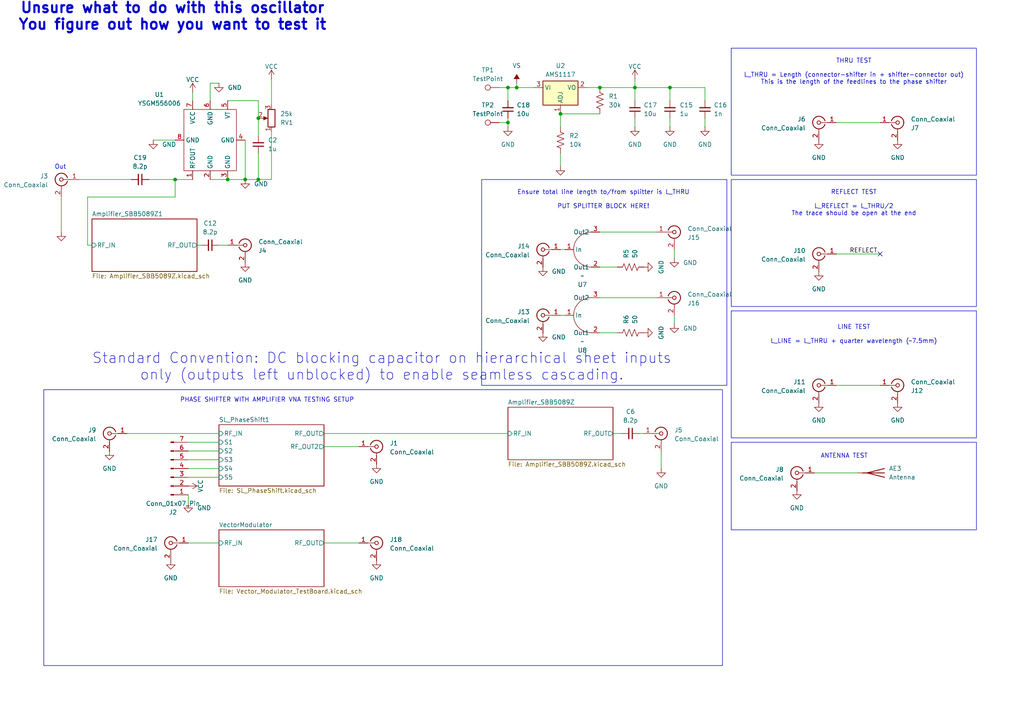
<source format=kicad_sch>
(kicad_sch (version 20250114) (generator "eeschema") (generator_version "9.0")
  (paper "A4")
  (lib_symbols
    (symbol "Connector:Conn_01x07_Pin" (pin_names (offset 1.016) (hide yes))
      (property "Reference" "J" (at 0 10.16 0))
      (property "Value" "Conn_01x07_Pin" (at 0 -10.16 0))
      (symbol "Conn_01x07_Pin_1_1"
        (rectangle (start 0.8636 7.747) (end 0 7.493) (stroke (width 0.1524)) (fill (type outline)))
        (rectangle (start 0.8636 5.207) (end 0 4.953) (stroke (width 0.1524)) (fill (type outline)))
        (rectangle (start 0.8636 2.667) (end 0 2.413) (stroke (width 0.1524)) (fill (type outline)))
        (rectangle (start 0.8636 0.127) (end 0 -0.127) (stroke (width 0.1524)) (fill (type outline)))
        (rectangle (start 0.8636 -2.413) (end 0 -2.667) (stroke (width 0.1524)) (fill (type outline)))
        (rectangle (start 0.8636 -4.953) (end 0 -5.207) (stroke (width 0.1524)) (fill (type outline)))
        (rectangle (start 0.8636 -7.493) (end 0 -7.747) (stroke (width 0.1524)) (fill (type outline)))
        (polyline (pts (xy 1.27 7.62) (xy 0.8636 7.62)) (stroke (width 0.1524)))
        (polyline (pts (xy 1.27 5.08) (xy 0.8636 5.08)) (stroke (width 0.1524)))
        (polyline (pts (xy 1.27 2.54) (xy 0.8636 2.54)) (stroke (width 0.1524)))
        (polyline (pts (xy 1.27 0) (xy 0.8636 0)) (stroke (width 0.1524)))
        (polyline (pts (xy 1.27 -2.54) (xy 0.8636 -2.54)) (stroke (width 0.1524)))
        (polyline (pts (xy 1.27 -5.08) (xy 0.8636 -5.08)) (stroke (width 0.1524)))
        (polyline (pts (xy 1.27 -7.62) (xy 0.8636 -7.62)) (stroke (width 0.1524)))
        (pin passive line (at 5.08 7.62 180) (length 3.81) (name "Pin_1") (number "1"))
        (pin passive line (at 5.08 5.08 180) (length 3.81) (name "Pin_2") (number "2"))
        (pin passive line (at 5.08 2.54 180) (length 3.81) (name "Pin_3") (number "3"))
        (pin passive line (at 5.08 0 180) (length 3.81) (name "Pin_4") (number "4"))
        (pin passive line (at 5.08 -2.54 180) (length 3.81) (name "Pin_5") (number "5"))
        (pin passive line (at 5.08 -5.08 180) (length 3.81) (name "Pin_6") (number "6"))
        (pin passive line (at 5.08 -7.62 180) (length 3.81) (name "Pin_7") (number "7"))
      )
    )
    (symbol "Connector:Conn_Coaxial" (pin_names (offset 1.016) (hide yes))
      (property "Reference" "J" (at 0.254 3.048 0))
      (property "Value" "Conn_Coaxial" (at 2.921 0 90))
      (symbol "Conn_Coaxial_0_1"
        (polyline (pts (xy -2.54 0) (xy -0.508 0)))
        (arc (start 1.778 0) (mid 0.222 -1.8079) (end -1.778 -0.508) (stroke (width 0.254)))
        (arc (start -1.778 0.508) (mid 0.2221 1.8084) (end 1.778 0) (stroke (width 0.254)))
        (circle (center 0 0) (radius 0.508) (stroke (width 0.2032)))
        (polyline (pts (xy 0 -2.54) (xy 0 -1.778)))
      )
      (symbol "Conn_Coaxial_1_1"
        (pin passive line (at -5.08 0 0) (length 2.54) (name "In") (number "1"))
        (pin passive line (at 0 -5.08 90) (length 2.54) (name "Ext") (number "2"))
      )
    )
    (symbol "Connector:TestPoint" (pin_numbers (hide yes)) (pin_names (offset 0.762) (hide yes))
      (property "Reference" "TP" (at 0 6.858 0))
      (property "Value" "TestPoint" (at 0 5.08 0))
      (symbol "TestPoint_0_1"
        (circle (center 0 3.302) (radius 0.762))
      )
      (symbol "TestPoint_1_1"
        (pin passive line (at 0 0 90) (length 2.54) (name "1") (number "1"))
      )
    )
    (symbol "Device:Antenna" (pin_numbers (hide yes)) (pin_names (offset 1.016) (hide yes))
      (property "Reference" "AE" (at -1.905 1.905 0))
      (property "Value" "Antenna" (at -1.905 0 0))
      (symbol "Antenna_0_1"
        (polyline (pts (xy 0 2.54) (xy 0 -3.81)) (stroke (width 0.254)))
        (polyline (pts (xy 1.27 2.54) (xy 0 -2.54) (xy -1.27 2.54)) (stroke (width 0.254)))
      )
      (symbol "Antenna_1_1"
        (pin input line (at 0 -5.08 90) (length 2.54) (name "A") (number "1"))
      )
    )
    (symbol "Device:C_Small" (pin_numbers (hide yes)) (pin_names (offset 0.254) (hide yes))
      (property "Reference" "C" (at 0.254 1.778 0))
      (property "Value" "C_Small" (at 0.254 -2.032 0))
      (symbol "C_Small_0_1"
        (polyline (pts (xy -1.524 0.508) (xy 1.524 0.508)) (stroke (width 0.3048)))
        (polyline (pts (xy -1.524 -0.508) (xy 1.524 -0.508)) (stroke (width 0.3302)))
      )
      (symbol "C_Small_1_1"
        (pin passive line (at 0 2.54 270) (length 2.032) (name "~") (number "1"))
        (pin passive line (at 0 -2.54 90) (length 2.032) (name "~") (number "2"))
      )
    )
    (symbol "Device:R_Potentiometer" (pin_names (offset 1.016) (hide yes))
      (property "Reference" "RV" (at -4.445 0 90))
      (property "Value" "R_Potentiometer" (at -2.54 0 90))
      (symbol "R_Potentiometer_0_1"
        (rectangle (start 1.016 2.54) (end -1.016 -2.54) (stroke (width 0.254)))
        (polyline (pts (xy 1.143 0) (xy 2.286 0.508) (xy 2.286 -0.508) (xy 1.143 0)) (fill (type outline)))
        (polyline (pts (xy 2.54 0) (xy 1.524 0)))
      )
      (symbol "R_Potentiometer_1_1"
        (pin passive line (at 0 3.81 270) (length 1.27) (name "1") (number "1"))
        (pin passive line (at 0 -3.81 90) (length 1.27) (name "3") (number "3"))
        (pin passive line (at 3.81 0 180) (length 1.27) (name "2") (number "2"))
      )
    )
    (symbol "Device:R_US" (pin_numbers (hide yes)) (pin_names (offset 0))
      (property "Reference" "R" (at 2.54 0 90))
      (property "Value" "R_US" (at -2.54 0 90))
      (symbol "R_US_0_1"
        (polyline (pts (xy 0 2.286) (xy 0 2.54)))
        (polyline (pts (xy 0 2.286) (xy 1.016 1.905) (xy 0 1.524) (xy -1.016 1.143) (xy 0 0.762)))
        (polyline (pts (xy 0 0.762) (xy 1.016 0.381) (xy 0 0) (xy -1.016 -0.381) (xy 0 -0.762)))
        (polyline (pts (xy 0 -0.762) (xy 1.016 -1.143) (xy 0 -1.524) (xy -1.016 -1.905) (xy 0 -2.286)))
        (polyline (pts (xy 0 -2.286) (xy 0 -2.54)))
      )
      (symbol "R_US_1_1"
        (pin passive line (at 0 3.81 270) (length 1.27) (name "~") (number "1"))
        (pin passive line (at 0 -3.81 90) (length 1.27) (name "~") (number "2"))
      )
    )
    (symbol "Regulator_Linear:AMS1117"
      (property "Reference" "U" (at -3.81 3.175 0))
      (property "Value" "AMS1117" (at 0 3.175 0))
      (symbol "AMS1117_0_1"
        (rectangle (start -5.08 -5.08) (end 5.08 1.905) (stroke (width 0.254)) (fill (type background)))
      )
      (symbol "AMS1117_1_1"
        (pin power_in line (at -7.62 0 0) (length 2.54) (name "VI") (number "3"))
        (pin input line (at 0 -7.62 90) (length 2.54) (name "ADJ") (number "1"))
        (pin power_out line (at 7.62 0 180) (length 2.54) (name "VO") (number "2"))
      )
    )
    (symbol "customSym:Wilkinson_Power_Divider"
      (property "Reference" "U" (at 0 0 0))
      (symbol "Wilkinson_Power_Divider_0_1"
        (arc (start -5.08 0) (mid -3.5921 3.5921) (end 0 5.08))
        (arc (start 0 -5.08) (mid -3.5921 -3.5921) (end -5.08 0))
      )
      (symbol "Wilkinson_Power_Divider_1_1"
        (pin input line (at -7.62 0 0) (length 2.54) (name "In") (number "1"))
        (pin output line (at 2.54 5.08 180) (length 2.54) (name "Out1") (number "2"))
        (pin output line (at 2.54 -5.08 180) (length 2.54) (name "Out2") (number "3"))
      )
    )
    (symbol "customSym:YSGM556006"
      (property "Reference" "U" (at 0 0 0))
      (symbol "YSGM556006_0_1"
        (rectangle (start -8.89 7.62) (end 8.89 -7.62))
      )
      (symbol "YSGM556006_1_1"
        (pin output line (at -11.43 5.08 0) (length 2.54) (name "RFOUT") (number "1"))
        (pin power_in line (at -11.43 0 0) (length 2.54) (name "GND") (number "2"))
        (pin power_in line (at -11.43 -5.08 0) (length 2.54) (name "GND") (number "3"))
        (pin power_in line (at 0 10.16 270) (length 2.54) (name "GND") (number "8"))
        (pin power_in line (at 0 -10.16 90) (length 2.54) (name "GND") (number "4"))
        (pin power_in line (at 11.43 5.08 180) (length 2.54) (name "VCC") (number "7"))
        (pin power_in line (at 11.43 0 180) (length 2.54) (name "GND") (number "6"))
        (pin input line (at 11.43 -5.08 180) (length 2.54) (name "VT") (number "5"))
      )
    )
    (symbol "power:GND" (power) (pin_numbers (hide yes)) (pin_names (offset 0) (hide yes))
      (property "Value" "GND" (at 0 -3.81 0))
      (symbol "GND_0_1"
        (polyline (pts (xy 0 0) (xy 0 -1.27) (xy 1.27 -1.27) (xy 0 -2.54) (xy -1.27 -1.27) (xy 0 -1.27)))
      )
      (symbol "GND_1_1"
        (pin power_in line (at 0 0 270) (length 0) (name "~") (number "1"))
      )
    )
    (symbol "power:VCC" (power) (pin_numbers (hide yes)) (pin_names (offset 0) (hide yes))
      (property "Value" "VCC" (at 0 3.556 0))
      (symbol "VCC_0_1"
        (polyline (pts (xy -0.762 1.27) (xy 0 2.54)))
        (polyline (pts (xy 0 2.54) (xy 0.762 1.27)))
        (polyline (pts (xy 0 0) (xy 0 2.54)))
      )
      (symbol "VCC_1_1"
        (pin power_in line (at 0 0 90) (length 0) (name "~") (number "1"))
      )
    )
    (symbol "power:VS" (power) (pin_numbers (hide yes)) (pin_names (offset 0) (hide yes))
      (property "Value" "VS" (at 0 3.556 0))
      (symbol "VS_0_1"
        (polyline (pts (xy 0 0) (xy 0 2.54)))
        (polyline (pts (xy 0.762 1.27) (xy -0.762 1.27) (xy 0 2.54) (xy 0.762 1.27)) (fill (type outline)))
      )
      (symbol "VS_1_1"
        (pin power_in line (at 0 0 90) (length 0) (name "~") (number "1"))
      )
    )
  )
  (rectangle (start 139.7 52.07) (end 210.82 111.76))
  (rectangle (start 212.09 52.07) (end 283.21 88.9))
  (rectangle (start 212.09 128.27) (end 283.21 153.67))
  (rectangle (start 212.09 90.17) (end 283.21 127))
  (rectangle (start 212.09 13.97) (end 283.21 50.8))
  (rectangle (start 12.7 113.03) (end 209.55 193.04))
  (text "LINE TEST\n\nL_LINE = L_THRU + quarter wavelength (~7.5mm)" (at 247.65 97.028 0) (effects (font (size 1.27 1.27))))
  (text "PHASE SHIFTER WITH AMPLIFIER VNA TESTING SETUP" (at 77.47 116.078 0) (effects (font (size 1.27 1.27))))
  (text "ANTENNA TEST" (at 244.856 132.334 0) (effects (font (size 1.27 1.27))))
  (text "REFLECT TEST\n\nL_REFLECT = L_THRU/2\nThe trace should be open at the end" (at 247.65 58.928 0) (effects (font (size 1.27 1.27))))
  (text "Out\n" (at 17.526 48.514 0) (effects (font (size 1.27 1.27))))
  (text "THRU TEST\n\nL_THRU = Length (connector-shifter in + shifter-connector out)\nThis is the length of the feedlines to the phase shifter" (at 247.65 20.828 0) (effects (font (size 1.27 1.27))))
  (text "Ensure total line length to/from splitter is L_THRU\n\nPUT SPLITTER BLOCK HERE!" (at 175.006 57.912 0) (effects (font (size 1.27 1.27))))
  (text "Standard Convention: DC blocking capacitor on hierarchical sheet inputs\nonly (outputs left unblocked) to enable seamless cascading." (at 110.744 106.426 0) (effects (font (size 3 3))))
  (text "Unsure what to do with this oscillator\nYou figure out how you want to test it" (at 50.038 4.826 0) (effects (font (size 3 3) (thickness 0.6) (bold yes))))
  (junction (at 66.04 52.07))
  (junction (at 74.93 34.29))
  (junction (at 147.32 35.56))
  (junction (at 173.99 25.4))
  (junction (at 71.12 52.07))
  (junction (at 184.15 25.4))
  (junction (at 162.56 33.02))
  (junction (at 50.8 52.07))
  (junction (at 149.86 25.4))
  (junction (at 147.32 25.4))
  (junction (at 194.31 25.4))
  (junction (at 74.93 52.07))
  (no_connect (at 255.27 73.66))
  (wire (pts (xy 54.61 135.89) (xy 63.5 135.89)))
  (wire (pts (xy 55.88 52.07) (xy 50.8 52.07)))
  (wire (pts (xy 173.99 86.36) (xy 190.5 86.36)))
  (wire (pts (xy 66.04 29.21) (xy 74.93 29.21)))
  (wire (pts (xy 236.22 137.16) (xy 248.92 137.16)))
  (wire (pts (xy 204.47 25.4) (xy 204.47 29.21)))
  (wire (pts (xy 147.32 25.4) (xy 149.86 25.4)))
  (wire (pts (xy 78.74 52.07) (xy 74.93 52.07)))
  (wire (pts (xy 25.4 57.15) (xy 50.8 57.15)))
  (wire (pts (xy 184.15 25.4) (xy 194.31 25.4)))
  (wire (pts (xy 50.8 52.07) (xy 43.18 52.07)))
  (wire (pts (xy 36.83 125.73) (xy 63.5 125.73)))
  (wire (pts (xy 74.93 52.07) (xy 71.12 52.07)))
  (wire (pts (xy 93.98 125.73) (xy 147.32 125.73)))
  (wire (pts (xy 147.32 35.56) (xy 147.32 36.83)))
  (wire (pts (xy 57.15 71.12) (xy 58.42 71.12)))
  (wire (pts (xy 144.78 35.56) (xy 147.32 35.56)))
  (wire (pts (xy 242.57 111.76) (xy 255.27 111.76)))
  (wire (pts (xy 242.57 73.66) (xy 255.27 73.66)))
  (wire (pts (xy 17.78 67.31) (xy 17.78 57.15)))
  (wire (pts (xy 44.45 40.64) (xy 50.8 40.64)))
  (wire (pts (xy 194.31 34.29) (xy 194.31 36.83)))
  (wire (pts (xy 66.04 52.07) (xy 71.12 52.07)))
  (wire (pts (xy 74.93 29.21) (xy 74.93 34.29)))
  (wire (pts (xy 74.93 44.45) (xy 74.93 52.07)))
  (wire (pts (xy 173.99 96.52) (xy 179.07 96.52)))
  (wire (pts (xy 242.57 35.56) (xy 255.27 35.56)))
  (wire (pts (xy 163.83 72.39) (xy 162.56 72.39)))
  (wire (pts (xy 194.31 25.4) (xy 204.47 25.4)))
  (wire (pts (xy 195.58 74.93) (xy 195.58 72.39)))
  (wire (pts (xy 184.15 34.29) (xy 184.15 36.83)))
  (wire (pts (xy 25.4 71.12) (xy 26.67 71.12)))
  (wire (pts (xy 185.42 125.73) (xy 186.69 125.73)))
  (wire (pts (xy 162.56 33.02) (xy 173.99 33.02)))
  (wire (pts (xy 63.5 24.13) (xy 60.96 24.13)))
  (wire (pts (xy 54.61 128.27) (xy 63.5 128.27)))
  (wire (pts (xy 144.78 25.4) (xy 147.32 25.4)))
  (wire (pts (xy 50.8 57.15) (xy 50.8 52.07)))
  (wire (pts (xy 25.4 57.15) (xy 25.4 71.12)))
  (wire (pts (xy 177.8 125.73) (xy 180.34 125.73)))
  (wire (pts (xy 184.15 25.4) (xy 184.15 29.21)))
  (wire (pts (xy 173.99 25.4) (xy 170.18 25.4)))
  (wire (pts (xy 71.12 52.07) (xy 71.12 40.64)))
  (wire (pts (xy 163.83 91.44) (xy 162.56 91.44)))
  (wire (pts (xy 60.96 52.07) (xy 66.04 52.07)))
  (wire (pts (xy 149.86 24.13) (xy 149.86 25.4)))
  (wire (pts (xy 55.88 26.67) (xy 55.88 29.21)))
  (wire (pts (xy 54.61 133.35) (xy 63.5 133.35)))
  (wire (pts (xy 78.74 22.86) (xy 78.74 30.48)))
  (wire (pts (xy 149.86 25.4) (xy 154.94 25.4)))
  (wire (pts (xy 54.61 157.48) (xy 63.5 157.48)))
  (wire (pts (xy 93.98 129.54) (xy 104.14 129.54)))
  (wire (pts (xy 194.31 25.4) (xy 194.31 29.21)))
  (wire (pts (xy 74.93 34.29) (xy 74.93 39.37)))
  (wire (pts (xy 78.74 38.1) (xy 78.74 52.07)))
  (wire (pts (xy 54.61 130.81) (xy 63.5 130.81)))
  (wire (pts (xy 204.47 34.29) (xy 204.47 36.83)))
  (wire (pts (xy 54.61 138.43) (xy 63.5 138.43)))
  (wire (pts (xy 162.56 44.45) (xy 162.56 48.26)))
  (wire (pts (xy 54.61 143.51) (xy 54.61 146.05)))
  (wire (pts (xy 191.77 130.81) (xy 191.77 135.89)))
  (wire (pts (xy 162.56 33.02) (xy 162.56 36.83)))
  (wire (pts (xy 147.32 25.4) (xy 147.32 29.21)))
  (wire (pts (xy 184.15 25.4) (xy 173.99 25.4)))
  (wire (pts (xy 184.15 22.86) (xy 184.15 25.4)))
  (wire (pts (xy 93.98 157.48) (xy 104.14 157.48)))
  (wire (pts (xy 173.99 67.31) (xy 190.5 67.31)))
  (wire (pts (xy 63.5 71.12) (xy 66.04 71.12)))
  (wire (pts (xy 195.58 93.98) (xy 195.58 91.44)))
  (wire (pts (xy 147.32 34.29) (xy 147.32 35.56)))
  (wire (pts (xy 38.1 52.07) (xy 22.86 52.07)))
  (wire (pts (xy 173.99 77.47) (xy 179.07 77.47)))
  (wire (pts (xy 60.96 24.13) (xy 60.96 29.21)))
  (label "REFLECT" (at 246.38 73.66 0))
  (symbol (lib_id "Connector:Conn_Coaxial") (at 157.48 91.44 0) (mirror y) (unit 1)
    (property "Reference" "J13" (at 153.67 90.4631 0) (effects (justify left)))
    (property "Value" "Conn_Coaxial" (at 153.67 93.0031 0) (effects (justify left)))
    (property "Footprint" "Connector_Coaxial:U.FL_Hirose_U.FL-R-SMT-1_Vertical" (effects (hide yes)))
    (property "Description" "coaxial connector (BNC, SMA, SMB, SMC, Cinch/RCA, LEMO, ...)" (effects (hide yes)))
  )
  (symbol (lib_id "power:GND") (at 260.35 116.84 0) (unit 1)
    (property "Reference" "#PWR062" (effects (hide yes)))
    (property "Value" "GND" (at 260.35 121.92 0))
    (property "Description" "Power symbol creates a global label with name \"GND\" , ground" (effects (hide yes)))
  )
  (symbol (lib_id "Connector:Conn_Coaxial") (at 195.58 86.36 0) (unit 1)
    (property "Reference" "J16" (at 199.39 87.9233 0) (effects (justify left)))
    (property "Value" "Conn_Coaxial" (at 199.39 85.3833 0) (effects (justify left)))
    (property "Footprint" "Connector_Coaxial:U.FL_Hirose_U.FL-R-SMT-1_Vertical" (effects (hide yes)))
    (property "Description" "coaxial connector (BNC, SMA, SMB, SMC, Cinch/RCA, LEMO, ...)" (effects (hide yes)))
  )
  (symbol (lib_id "power:GND") (at 71.12 52.07 0) (unit 1)
    (property "Reference" "#PWR02" (effects (hide yes)))
    (property "Value" "GND" (at 73.66 53.3399 0) (effects (justify left)))
    (property "Description" "Power symbol creates a global label with name \"GND\" , ground" (effects (hide yes)))
  )
  (symbol (lib_id "power:GND") (at 184.15 36.83 0) (mirror y) (unit 1)
    (property "Reference" "#PWR054" (effects (hide yes)))
    (property "Value" "GND" (at 184.15 41.91 0))
    (property "Description" "Power symbol creates a global label with name \"GND\" , ground" (effects (hide yes)))
  )
  (symbol (lib_id "Connector:Conn_Coaxial") (at 17.78 52.07 0) (mirror y) (unit 1)
    (property "Reference" "J3" (at 13.97 51.0931 0) (effects (justify left)))
    (property "Value" "Conn_Coaxial" (at 13.97 53.6331 0) (effects (justify left)))
    (property "Footprint" "Connector_Coaxial:U.FL_Hirose_U.FL-R-SMT-1_Vertical" (effects (hide yes)))
    (property "Description" "coaxial connector (BNC, SMA, SMB, SMC, Cinch/RCA, LEMO, ...)" (effects (hide yes)))
  )
  (symbol (lib_id "Device:R_US") (at 182.88 96.52 90) (unit 1)
    (property "Reference" "R6" (at 181.6099 93.98 0) (effects (justify left)))
    (property "Value" "50" (at 184.1499 93.98 0) (effects (justify left)))
    (property "Footprint" "Resistor_SMD:R_0201_0603Metric_Pad0.64x0.40mm_HandSolder" (effects (hide yes)))
    (property "Description" "Resistor, US symbol" (effects (hide yes)))
  )
  (symbol (lib_id "power:GND") (at 71.12 76.2 0) (mirror y) (unit 1)
    (property "Reference" "#49.01" (effects (hide yes)))
    (property "Value" "GND" (at 71.12 81.28 0))
    (property "Description" "Power symbol creates a global label with name \"GND\" , ground" (effects (hide yes)))
  )
  (symbol (lib_id "Device:C_Small") (at 184.15 31.75 180) (unit 1)
    (property "Reference" "C17" (at 186.69 30.4735 0) (effects (justify right)))
    (property "Value" "10u" (at 186.69 33.0135 0) (effects (justify right)))
    (property "Footprint" "Capacitor_SMD:C_0603_1608Metric_Pad1.08x0.95mm_HandSolder" (effects (hide yes)))
    (property "Description" "Unpolarized capacitor, small symbol" (effects (hide yes)))
  )
  (symbol (lib_id "Connector:Conn_Coaxial") (at 157.48 72.39 0) (mirror y) (unit 1)
    (property "Reference" "J14" (at 153.67 71.4131 0) (effects (justify left)))
    (property "Value" "Conn_Coaxial" (at 153.67 73.9531 0) (effects (justify left)))
    (property "Footprint" "Connector_Coaxial:U.FL_Hirose_U.FL-R-SMT-1_Vertical" (effects (hide yes)))
    (property "Description" "coaxial connector (BNC, SMA, SMB, SMC, Cinch/RCA, LEMO, ...)" (effects (hide yes)))
  )
  (symbol (lib_id "customSym:Wilkinson_Power_Divider") (at 171.45 91.44 0) (mirror x) (unit 1)
    (property "Reference" "U8" (at 168.91 101.6 0))
    (property "Value" "~" (at 168.91 99.06 0))
    (property "Footprint" "customFootprints:T_Splitter" (effects (hide yes)))
  )
  (symbol (lib_id "power:GND") (at 157.48 77.47 0) (mirror y) (unit 1)
    (property "Reference" "#49.05" (effects (hide yes)))
    (property "Value" "GND" (at 160.02 78.7399 0) (effects (justify right)))
    (property "Description" "Power symbol creates a global label with name \"GND\" , ground" (effects (hide yes)))
  )
  (symbol (lib_id "Connector:Conn_Coaxial") (at 260.35 35.56 0) (unit 1)
    (property "Reference" "J7" (at 264.16 37.1233 0) (effects (justify left)))
    (property "Value" "Conn_Coaxial" (at 264.16 34.5833 0) (effects (justify left)))
    (property "Footprint" "Connector_Coaxial:U.FL_Hirose_U.FL-R-SMT-1_Vertical" (effects (hide yes)))
    (property "Description" "coaxial connector (BNC, SMA, SMB, SMC, Cinch/RCA, LEMO, ...)" (effects (hide yes)))
  )
  (symbol (lib_id "Connector:Conn_Coaxial") (at 49.53 157.48 0) (mirror y) (unit 1)
    (property "Reference" "J17" (at 45.72 156.5031 0) (effects (justify left)))
    (property "Value" "Conn_Coaxial" (at 45.72 159.0431 0) (effects (justify left)))
    (property "Footprint" "Connector_Coaxial:U.FL_Hirose_U.FL-R-SMT-1_Vertical" (effects (hide yes)))
    (property "Description" "coaxial connector (BNC, SMA, SMB, SMC, Cinch/RCA, LEMO, ...)" (effects (hide yes)))
  )
  (symbol (lib_id "power:GND") (at 44.45 40.64 0) (unit 1)
    (property "Reference" "#PWR03" (effects (hide yes)))
    (property "Value" "GND" (at 46.99 41.9099 0) (effects (justify left)))
    (property "Description" "Power symbol creates a global label with name \"GND\" , ground" (effects (hide yes)))
  )
  (symbol (lib_id "Device:C_Small") (at 204.47 31.75 180) (unit 1)
    (property "Reference" "C16" (at 207.01 30.4735 0) (effects (justify right)))
    (property "Value" "1n" (at 207.01 33.0135 0) (effects (justify right)))
    (property "Footprint" "Capacitor_SMD:C_0603_1608Metric_Pad1.08x0.95mm_HandSolder" (effects (hide yes)))
    (property "Description" "Unpolarized capacitor, small symbol" (effects (hide yes)))
  )
  (symbol (lib_id "power:GND") (at 17.78 67.31 0) (mirror y) (unit 1)
    (property "Reference" "#PWR05" (effects (hide yes)))
    (property "Value" "GND" (effects (hide yes)))
    (property "Description" "Power symbol creates a global label with name \"GND\" , ground" (effects (hide yes)))
  )
  (symbol (lib_id "Connector:Conn_01x07_Pin") (at 49.53 135.89 0) (mirror x) (unit 1)
    (property "Reference" "J2" (at 50.165 148.59 0))
    (property "Value" "Conn_01x07_Pin" (at 50.165 146.05 0))
    (property "Footprint" "Connector_PinSocket_2.54mm:PinSocket_1x07_P2.54mm_Vertical" (effects (hide yes)))
    (property "Description" "Generic connector, single row, 01x07, script generated" (effects (hide yes)))
  )
  (symbol (lib_id "Connector:Conn_Coaxial") (at 237.49 73.66 0) (mirror y) (unit 1)
    (property "Reference" "J10" (at 233.68 72.6831 0) (effects (justify left)))
    (property "Value" "Conn_Coaxial" (at 233.68 75.2231 0) (effects (justify left)))
    (property "Footprint" "Connector_Coaxial:U.FL_Hirose_U.FL-R-SMT-1_Vertical" (effects (hide yes)))
    (property "Description" "coaxial connector (BNC, SMA, SMB, SMC, Cinch/RCA, LEMO, ...)" (effects (hide yes)))
  )
  (symbol (lib_id "Device:Antenna") (at 254 137.16 270) (unit 1)
    (property "Reference" "AE3" (at 257.81 135.8899 90) (effects (justify left)))
    (property "Value" "Antenna" (at 257.81 138.4299 90) (effects (justify left)))
    (property "Footprint" "customFootprints:AperturePatch" (effects (hide yes)))
    (property "Description" "Antenna" (effects (hide yes)))
  )
  (symbol (lib_id "Device:C_Small") (at 147.32 31.75 180) (unit 1)
    (property "Reference" "C18" (at 149.86 30.4735 0) (effects (justify right)))
    (property "Value" "10u" (at 149.86 33.0135 0) (effects (justify right)))
    (property "Footprint" "Capacitor_SMD:C_0603_1608Metric_Pad1.08x0.95mm_HandSolder" (effects (hide yes)))
    (property "Description" "Unpolarized capacitor, small symbol" (effects (hide yes)))
  )
  (symbol (lib_id "power:GND") (at 204.47 36.83 0) (mirror y) (unit 1)
    (property "Reference" "#PWR053" (effects (hide yes)))
    (property "Value" "GND" (at 204.47 41.91 0))
    (property "Description" "Power symbol creates a global label with name \"GND\" , ground" (effects (hide yes)))
  )
  (symbol (lib_id "power:GND") (at 157.48 96.52 0) (mirror y) (unit 1)
    (property "Reference" "#49.06" (effects (hide yes)))
    (property "Value" "GND" (at 160.02 97.7899 0) (effects (justify right)))
    (property "Description" "Power symbol creates a global label with name \"GND\" , ground" (effects (hide yes)))
  )
  (symbol (lib_id "Device:C_Small") (at 194.31 31.75 180) (unit 1)
    (property "Reference" "C15" (at 197.104 30.48 0) (effects (justify right)))
    (property "Value" "1u" (at 197.104 33.02 0) (effects (justify right)))
    (property "Footprint" "Capacitor_SMD:C_0603_1608Metric_Pad1.08x0.95mm_HandSolder" (effects (hide yes)))
    (property "Description" "Unpolarized capacitor, small symbol" (effects (hide yes)))
  )
  (symbol (lib_id "Connector:Conn_Coaxial") (at 31.75 125.73 0) (mirror y) (unit 1)
    (property "Reference" "J9" (at 27.94 124.7531 0) (effects (justify left)))
    (property "Value" "Conn_Coaxial" (at 27.94 127.2931 0) (effects (justify left)))
    (property "Footprint" "Connector_Coaxial:U.FL_Hirose_U.FL-R-SMT-1_Vertical" (effects (hide yes)))
    (property "Description" "coaxial connector (BNC, SMA, SMB, SMC, Cinch/RCA, LEMO, ...)" (effects (hide yes)))
  )
  (symbol (lib_id "customSym:Wilkinson_Power_Divider") (at 171.45 72.39 0) (mirror x) (unit 1)
    (property "Reference" "U7" (at 168.91 82.55 0))
    (property "Value" "~" (at 168.91 80.01 0))
    (property "Footprint" "customFootprints:WilkinsonPowerDivider" (effects (hide yes)))
  )
  (symbol (lib_id "power:GND") (at 162.56 48.26 0) (unit 1)
    (property "Reference" "#PWR048" (effects (hide yes)))
    (property "Value" "GND" (effects (hide yes)))
    (property "Description" "Power symbol creates a global label with name \"GND\" , ground" (effects (hide yes)))
  )
  (symbol (lib_id "Connector:Conn_Coaxial") (at 71.12 71.12 0) (unit 1)
    (property "Reference" "J4" (at 74.93 72.6833 0) (effects (justify left)))
    (property "Value" "Conn_Coaxial" (at 74.93 70.1433 0) (effects (justify left)))
    (property "Footprint" "Connector_Coaxial:U.FL_Hirose_U.FL-R-SMT-1_Vertical" (effects (hide yes)))
    (property "Description" "coaxial connector (BNC, SMA, SMB, SMC, Cinch/RCA, LEMO, ...)" (effects (hide yes)))
  )
  (symbol (lib_id "Connector:Conn_Coaxial") (at 260.35 111.76 0) (unit 1)
    (property "Reference" "J12" (at 264.16 113.3233 0) (effects (justify left)))
    (property "Value" "Conn_Coaxial" (at 264.16 110.7833 0) (effects (justify left)))
    (property "Footprint" "Connector_Coaxial:U.FL_Hirose_U.FL-R-SMT-1_Vertical" (effects (hide yes)))
    (property "Description" "coaxial connector (BNC, SMA, SMB, SMC, Cinch/RCA, LEMO, ...)" (effects (hide yes)))
  )
  (symbol (lib_id "Connector:Conn_Coaxial") (at 237.49 35.56 0) (mirror y) (unit 1)
    (property "Reference" "J6" (at 233.68 34.5831 0) (effects (justify left)))
    (property "Value" "Conn_Coaxial" (at 233.68 37.1231 0) (effects (justify left)))
    (property "Footprint" "Connector_Coaxial:U.FL_Hirose_U.FL-R-SMT-1_Vertical" (effects (hide yes)))
    (property "Description" "coaxial connector (BNC, SMA, SMB, SMC, Cinch/RCA, LEMO, ...)" (effects (hide yes)))
  )
  (symbol (lib_id "power:GND") (at 109.22 162.56 0) (mirror y) (unit 1)
    (property "Reference" "#PWR025" (effects (hide yes)))
    (property "Value" "GND" (at 109.22 167.64 0))
    (property "Description" "Power symbol creates a global label with name \"GND\" , ground" (effects (hide yes)))
  )
  (symbol (lib_id "Regulator_Linear:AMS1117") (at 162.56 25.4 0) (unit 1)
    (property "Reference" "U2" (at 162.56 19.05 0))
    (property "Value" "AMS1117" (at 162.56 21.59 0))
    (property "Footprint" "Package_TO_SOT_SMD:SOT-223-3_TabPin2" (effects (hide yes)))
    (property "Datasheet" "http://www.advanced-monolithic.com/pdf/ds1117.pdf" (effects (hide yes)))
    (property "Description" "1A Low Dropout regulator, positive, adjustable output, SOT-223" (effects (hide yes)))
  )
  (symbol (lib_id "power:GND") (at 186.69 96.52 90) (mirror x) (unit 1)
    (property "Reference" "#49.03" (effects (hide yes)))
    (property "Value" "GND" (at 191.77 96.52 0))
    (property "Description" "Power symbol creates a global label with name \"GND\" , ground" (effects (hide yes)))
  )
  (symbol (lib_id "power:VCC") (at 184.15 22.86 0) (unit 1)
    (property "Reference" "#PWR046" (effects (hide yes)))
    (property "Value" "VCC" (at 184.15 19.304 0))
    (property "Description" "Power symbol creates a global label with name \"VCC\"" (effects (hide yes)))
  )
  (symbol (lib_id "power:GND") (at 231.14 142.24 0) (mirror y) (unit 1)
    (property "Reference" "#PWR058" (effects (hide yes)))
    (property "Value" "GND" (at 231.14 147.32 0))
    (property "Description" "Power symbol creates a global label with name \"GND\" , ground" (effects (hide yes)))
  )
  (symbol (lib_id "power:GND") (at 237.49 116.84 0) (mirror y) (unit 1)
    (property "Reference" "#PWR061" (effects (hide yes)))
    (property "Value" "GND" (at 237.49 121.92 0))
    (property "Description" "Power symbol creates a global label with name \"GND\" , ground" (effects (hide yes)))
  )
  (symbol (lib_id "power:GND") (at 260.35 40.64 0) (unit 1)
    (property "Reference" "#PWR057" (effects (hide yes)))
    (property "Value" "GND" (at 260.35 45.72 0))
    (property "Description" "Power symbol creates a global label with name \"GND\" , ground" (effects (hide yes)))
  )
  (symbol (lib_id "power:GND") (at 109.22 134.62 0) (mirror y) (unit 1)
    (property "Reference" "#PWR019" (effects (hide yes)))
    (property "Value" "GND" (at 109.22 139.7 0))
    (property "Description" "Power symbol creates a global label with name \"GND\" , ground" (effects (hide yes)))
  )
  (symbol (lib_id "Device:C_Small") (at 182.88 125.73 270) (unit 1)
    (property "Reference" "C6" (at 182.8736 119.38 90))
    (property "Value" "8.2p" (at 182.8736 121.92 90))
    (property "Footprint" "Capacitor_SMD:C_0201_0603Metric_Pad0.64x0.40mm_HandSolder" (effects (hide yes)))
    (property "Description" "Unpolarized capacitor, small symbol" (effects (hide yes)))
  )
  (symbol (lib_id "power:GND") (at 186.69 77.47 90) (mirror x) (unit 1)
    (property "Reference" "#49.9" (effects (hide yes)))
    (property "Value" "GND" (at 191.77 77.47 0))
    (property "Description" "Power symbol creates a global label with name \"GND\" , ground" (effects (hide yes)))
  )
  (symbol (lib_id "Connector:TestPoint") (at 144.78 25.4 90) (unit 1)
    (property "Reference" "TP1" (at 141.478 20.32 90))
    (property "Value" "TestPoint" (at 141.478 22.86 90))
    (property "Footprint" "Connector_PinHeader_2.54mm:PinHeader_1x01_P2.54mm_Vertical" (effects (hide yes)))
    (property "Description" "test point" (effects (hide yes)))
  )
  (symbol (lib_id "power:GND") (at 237.49 40.64 0) (mirror y) (unit 1)
    (property "Reference" "#PWR056" (effects (hide yes)))
    (property "Value" "GND" (at 237.49 45.72 0))
    (property "Description" "Power symbol creates a global label with name \"GND\" , ground" (effects (hide yes)))
  )
  (symbol (lib_id "power:VCC") (at 55.88 26.67 0) (unit 1)
    (property "Reference" "#PWR049" (effects (hide yes)))
    (property "Value" "VCC" (at 55.88 23.114 0))
    (property "Description" "Power symbol creates a global label with name \"VCC\"" (effects (hide yes)))
  )
  (symbol (lib_id "power:VCC") (at 54.61 140.97 270) (unit 1)
    (property "Reference" "#PWR014" (effects (hide yes)))
    (property "Value" "VCC" (at 58.166 140.97 0))
    (property "Description" "Power symbol creates a global label with name \"VCC\"" (effects (hide yes)))
  )
  (symbol (lib_id "power:GND") (at 63.5 24.13 0) (unit 1)
    (property "Reference" "#PWR06" (effects (hide yes)))
    (property "Value" "GND" (at 66.04 25.3999 0) (effects (justify left)))
    (property "Description" "Power symbol creates a global label with name \"GND\" , ground" (effects (hide yes)))
  )
  (symbol (lib_id "Connector:Conn_Coaxial") (at 109.22 129.54 0) (unit 1)
    (property "Reference" "J1" (at 113.03 128.5631 0) (effects (justify left)))
    (property "Value" "Conn_Coaxial" (at 113.03 131.1031 0) (effects (justify left)))
    (property "Footprint" "Connector_Coaxial:U.FL_Hirose_U.FL-R-SMT-1_Vertical" (effects (hide yes)))
    (property "Description" "coaxial connector (BNC, SMA, SMB, SMC, Cinch/RCA, LEMO, ...)" (effects (hide yes)))
  )
  (symbol (lib_id "Device:C_Small") (at 40.64 52.07 270) (unit 1)
    (property "Reference" "C19" (at 40.6336 45.72 90))
    (property "Value" "8.2p" (at 40.6336 48.26 90))
    (property "Footprint" "Capacitor_SMD:C_0201_0603Metric_Pad0.64x0.40mm_HandSolder" (effects (hide yes)))
    (property "Description" "Unpolarized capacitor, small symbol" (effects (hide yes)))
  )
  (symbol (lib_id "Device:R_US") (at 162.56 40.64 0) (unit 1)
    (property "Reference" "R2" (at 165.1 39.3699 0) (effects (justify left)))
    (property "Value" "10k" (at 165.1 41.9099 0) (effects (justify left)))
    (property "Footprint" "Resistor_SMD:R_0603_1608Metric_Pad0.98x0.95mm_HandSolder" (effects (hide yes)))
    (property "Description" "Resistor, US symbol" (effects (hide yes)))
  )
  (symbol (lib_id "Connector:Conn_Coaxial") (at 237.49 111.76 0) (mirror y) (unit 1)
    (property "Reference" "J11" (at 233.68 110.7831 0) (effects (justify left)))
    (property "Value" "Conn_Coaxial" (at 233.68 113.3231 0) (effects (justify left)))
    (property "Footprint" "Connector_Coaxial:U.FL_Hirose_U.FL-R-SMT-1_Vertical" (effects (hide yes)))
    (property "Description" "coaxial connector (BNC, SMA, SMB, SMC, Cinch/RCA, LEMO, ...)" (effects (hide yes)))
  )
  (symbol (lib_id "Connector:Conn_Coaxial") (at 195.58 67.31 0) (unit 1)
    (property "Reference" "J15" (at 199.39 68.8733 0) (effects (justify left)))
    (property "Value" "Conn_Coaxial" (at 199.39 66.3333 0) (effects (justify left)))
    (property "Footprint" "Connector_Coaxial:U.FL_Hirose_U.FL-R-SMT-1_Vertical" (effects (hide yes)))
    (property "Description" "coaxial connector (BNC, SMA, SMB, SMC, Cinch/RCA, LEMO, ...)" (effects (hide yes)))
  )
  (symbol (lib_id "Connector:TestPoint") (at 144.78 35.56 90) (unit 1)
    (property "Reference" "TP2" (at 141.478 30.48 90))
    (property "Value" "TestPoint" (at 141.478 33.02 90))
    (property "Footprint" "Connector_PinHeader_2.54mm:PinHeader_1x01_P2.54mm_Vertical" (effects (hide yes)))
    (property "Description" "test point" (effects (hide yes)))
  )
  (symbol (lib_id "power:GND") (at 237.49 78.74 0) (mirror y) (unit 1)
    (property "Reference" "#PWR060" (effects (hide yes)))
    (property "Value" "GND" (at 237.49 83.82 0))
    (property "Description" "Power symbol creates a global label with name \"GND\" , ground" (effects (hide yes)))
  )
  (symbol (lib_id "Connector:Conn_Coaxial") (at 231.14 137.16 0) (mirror y) (unit 1)
    (property "Reference" "J8" (at 227.33 136.1831 0) (effects (justify left)))
    (property "Value" "Conn_Coaxial" (at 227.33 138.7231 0) (effects (justify left)))
    (property "Footprint" "Connector_Coaxial:U.FL_Hirose_U.FL-R-SMT-1_Vertical" (effects (hide yes)))
    (property "Description" "coaxial connector (BNC, SMA, SMB, SMC, Cinch/RCA, LEMO, ...)" (effects (hide yes)))
  )
  (symbol (lib_id "power:GND") (at 49.53 162.56 0) (unit 1)
    (property "Reference" "#PWR04" (effects (hide yes)))
    (property "Value" "GND" (at 49.53 167.64 0))
    (property "Description" "Power symbol creates a global label with name \"GND\" , ground" (effects (hide yes)))
  )
  (symbol (lib_id "power:GND") (at 195.58 74.93 0) (mirror y) (unit 1)
    (property "Reference" "#49.02" (effects (hide yes)))
    (property "Value" "GND" (at 198.12 76.1999 0) (effects (justify right)))
    (property "Description" "Power symbol creates a global label with name \"GND\" , ground" (effects (hide yes)))
  )
  (symbol (lib_id "Device:R_US") (at 173.99 29.21 0) (unit 1)
    (property "Reference" "R1" (at 176.53 27.9399 0) (effects (justify left)))
    (property "Value" "30k" (at 176.53 30.4799 0) (effects (justify left)))
    (property "Footprint" "Resistor_SMD:R_0603_1608Metric_Pad0.98x0.95mm_HandSolder" (effects (hide yes)))
    (property "Description" "Resistor, US symbol" (effects (hide yes)))
  )
  (symbol (lib_id "Connector:Conn_Coaxial") (at 191.77 125.73 0) (unit 1)
    (property "Reference" "J5" (at 195.58 124.7531 0) (effects (justify left)))
    (property "Value" "Conn_Coaxial" (at 195.58 127.2931 0) (effects (justify left)))
    (property "Footprint" "Connector_Coaxial:U.FL_Hirose_U.FL-R-SMT-1_Vertical" (effects (hide yes)))
    (property "Description" "coaxial connector (BNC, SMA, SMB, SMC, Cinch/RCA, LEMO, ...)" (effects (hide yes)))
  )
  (symbol (lib_id "power:GND") (at 191.77 135.89 0) (mirror y) (unit 1)
    (property "Reference" "#PWR015" (effects (hide yes)))
    (property "Value" "GND" (at 191.77 140.97 0))
    (property "Description" "Power symbol creates a global label with name \"GND\" , ground" (effects (hide yes)))
  )
  (symbol (lib_id "power:VS") (at 149.86 24.13 0) (unit 1)
    (property "Reference" "#PWR047" (effects (hide yes)))
    (property "Value" "VS" (at 149.86 19.05 0))
    (property "Description" "Power symbol creates a global label with name \"VS\"" (effects (hide yes)))
  )
  (symbol (lib_id "power:VCC") (at 78.74 22.86 0) (unit 1)
    (property "Reference" "#PWR050" (effects (hide yes)))
    (property "Value" "VCC" (at 78.74 19.304 0))
    (property "Description" "Power symbol creates a global label with name \"VCC\"" (effects (hide yes)))
  )
  (symbol (lib_id "Device:C_Small") (at 60.96 71.12 270) (unit 1)
    (property "Reference" "C12" (at 60.9536 64.77 90))
    (property "Value" "8.2p" (at 60.9536 67.31 90))
    (property "Footprint" "Capacitor_SMD:C_0201_0603Metric_Pad0.64x0.40mm_HandSolder" (effects (hide yes)))
    (property "Description" "Unpolarized capacitor, small symbol" (effects (hide yes)))
  )
  (symbol (lib_id "Device:R_Potentiometer") (at 78.74 34.29 180) (unit 1)
    (property "Reference" "RV1" (at 81.28 35.5601 0) (effects (justify right)))
    (property "Value" "25k" (at 81.28 33.0201 0) (effects (justify right)))
    (property "Footprint" "Potentiometer_THT:Potentiometer_Bourns_3386X_Horizontal" (effects (hide yes)))
    (property "Description" "Potentiometer" (effects (hide yes)))
  )
  (symbol (lib_id "customSym:YSGM556006") (at 60.96 40.64 90) (unit 1)
    (property "Reference" "U1" (at 46.228 27.432 90))
    (property "Value" "YSGM556006" (at 46.228 29.972 90))
    (property "Footprint" "customFootprints:Innotion9070" (effects (hide yes)))
  )
  (symbol (lib_id "power:GND") (at 54.61 146.05 0) (unit 1)
    (property "Reference" "#PWR013" (effects (hide yes)))
    (property "Value" "GND" (at 57.15 147.3199 0) (effects (justify left)))
    (property "Description" "Power symbol creates a global label with name \"GND\" , ground" (effects (hide yes)))
  )
  (symbol (lib_id "power:GND") (at 147.32 36.83 0) (mirror y) (unit 1)
    (property "Reference" "#PWR055" (effects (hide yes)))
    (property "Value" "GND" (at 147.32 41.91 0))
    (property "Description" "Power symbol creates a global label with name \"GND\" , ground" (effects (hide yes)))
  )
  (symbol (lib_id "power:GND") (at 194.31 36.83 0) (mirror y) (unit 1)
    (property "Reference" "#PWR052" (effects (hide yes)))
    (property "Value" "GND" (at 194.31 41.91 0))
    (property "Description" "Power symbol creates a global label with name \"GND\" , ground" (effects (hide yes)))
  )
  (symbol (lib_id "power:GND") (at 195.58 93.98 0) (mirror y) (unit 1)
    (property "Reference" "#49.04" (effects (hide yes)))
    (property "Value" "GND" (at 198.12 95.2499 0) (effects (justify right)))
    (property "Description" "Power symbol creates a global label with name \"GND\" , ground" (effects (hide yes)))
  )
  (symbol (lib_id "power:GND") (at 31.75 130.81 0) (unit 1)
    (property "Reference" "#PWR059" (effects (hide yes)))
    (property "Value" "GND" (at 31.75 135.89 0))
    (property "Description" "Power symbol creates a global label with name \"GND\" , ground" (effects (hide yes)))
  )
  (symbol (lib_id "Device:R_US") (at 182.88 77.47 90) (unit 1)
    (property "Reference" "R5" (at 181.6099 74.93 0) (effects (justify left)))
    (property "Value" "50" (at 184.1499 74.93 0) (effects (justify left)))
    (property "Footprint" "Resistor_SMD:R_0201_0603Metric_Pad0.64x0.40mm_HandSolder" (effects (hide yes)))
    (property "Description" "Resistor, US symbol" (effects (hide yes)))
  )
  (symbol (lib_id "Connector:Conn_Coaxial") (at 109.22 157.48 0) (unit 1)
    (property "Reference" "J18" (at 113.03 156.5031 0) (effects (justify left)))
    (property "Value" "Conn_Coaxial" (at 113.03 159.0431 0) (effects (justify left)))
    (property "Footprint" "Connector_Coaxial:U.FL_Hirose_U.FL-R-SMT-1_Vertical" (effects (hide yes)))
    (property "Description" "coaxial connector (BNC, SMA, SMB, SMC, Cinch/RCA, LEMO, ...)" (effects (hide yes)))
  )
  (symbol (lib_id "Device:C_Small") (at 74.93 41.91 180) (unit 1)
    (property "Reference" "C2" (at 77.724 40.64 0) (effects (justify right)))
    (property "Value" "1u" (at 77.724 43.18 0) (effects (justify right)))
    (property "Footprint" "Capacitor_SMD:C_0603_1608Metric_Pad1.08x0.95mm_HandSolder" (effects (hide yes)))
    (property "Description" "Unpolarized capacitor, small symbol" (effects (hide yes)))
  )
  (sheet (at 63.5 153.67) (size 30.48 16.51) (stroke (width 0.1524))
    (property "Sheetname" "VectorModulator" (at 63.5 152.9584 0) (effects (justify left bottom)))
    (property "Sheetfile" "Vector_Modulator_TestBoard.kicad_sch" (at 63.5 170.7646 0) (effects (justify left top)))
    (pin "RF_IN" input (at 63.5 157.48 180))
    (pin "RF_OUT" output (at 93.98 157.48 0))
  )
  (sheet (at 63.5 123.19) (size 30.48 17.78) (stroke (width 0.1524))
    (property "Sheetname" "SL_PhaseShift1" (at 63.5 122.4784 0) (effects (justify left bottom)))
    (property "Sheetfile" "SL_PhaseShift.kicad_sch" (at 63.5 141.5546 0) (effects (justify left top)))
    (pin "RF_IN" input (at 63.5 125.73 180))
    (pin "RF_OUT" output (at 93.98 125.73 0))
    (pin "S1" input (at 63.5 128.27 180))
    (pin "S2" input (at 63.5 130.81 180))
    (pin "S3" input (at 63.5 133.35 180))
    (pin "S4" input (at 63.5 135.89 180))
    (pin "S5" input (at 63.5 138.43 180))
    (pin "RF_OUT2" output (at 93.98 129.54 0))
  )
  (sheet (at 147.32 118.11) (size 30.48 15.24) (stroke (width 0.1524))
    (property "Sheetname" "Amplifier_SBB5089Z" (at 147.32 117.3984 0) (effects (justify left bottom)))
    (property "Sheetfile" "Amplifier_SBB5089Z.kicad_sch" (at 147.32 133.9346 0) (effects (justify left top)))
    (pin "RF_OUT" output (at 177.8 125.73 0))
    (pin "RF_IN" input (at 147.32 125.73 180))
  )
  (sheet (at 26.67 63.5) (size 30.48 15.24) (stroke (width 0.1524))
    (property "Sheetname" "Amplifier_SBB5089Z1" (at 26.67 62.7884 0) (effects (justify left bottom)))
    (property "Sheetfile" "Amplifier_SBB5089Z.kicad_sch" (at 26.67 79.3246 0) (effects (justify left top)))
    (pin "RF_OUT" output (at 57.15 71.12 0))
    (pin "RF_IN" input (at 26.67 71.12 180))
  )
)
</source>
